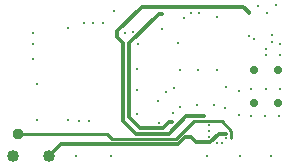
<source format=gbr>
G04 EAGLE Gerber RS-274X export*
G75*
%MOMM*%
%FSLAX34Y34*%
%LPD*%
%INCopper Layer 15*%
%IPPOS*%
%AMOC8*
5,1,8,0,0,1.08239X$1,22.5*%
G01*
G04 Define Apertures*
%ADD10C,0.708000*%
%ADD11C,0.958000*%
%ADD12C,1.016000*%
%ADD13C,0.302400*%
%ADD14C,0.304800*%
%ADD15C,0.254000*%
D10*
X214500Y52100D03*
X234500Y52100D03*
D11*
X14700Y25800D03*
D10*
X234500Y79600D03*
X214500Y79600D03*
D12*
X10000Y7000D03*
X40500Y7000D03*
D13*
X217200Y133650D03*
X186700Y18000D03*
X175650Y32900D03*
X209650Y108500D03*
X229350Y103462D03*
X112087Y112187D03*
X224850Y128500D03*
X182700Y18000D03*
X175650Y27900D03*
X213900Y106000D03*
X229550Y109800D03*
X104765Y111035D03*
X161200Y127794D03*
X66100Y36700D03*
X154735Y123535D03*
X74100Y36700D03*
X78000Y120000D03*
X27000Y101548D03*
X70000Y120000D03*
X27000Y111000D03*
X190700Y26000D03*
X156150Y22900D03*
D14*
X184121Y26000D02*
X190700Y26000D01*
X184121Y26000D02*
X177223Y19102D01*
X164798Y19102D01*
X161000Y22900D01*
X156150Y22900D01*
D13*
X136200Y114400D03*
D14*
X51036Y17536D02*
X40500Y7000D01*
X155447Y22900D02*
X156150Y22900D01*
X155447Y22900D02*
X150083Y17536D01*
X51036Y17536D01*
X118900Y133100D02*
X205100Y133100D01*
X209550Y128650D01*
X209550Y128500D01*
D13*
X209550Y128500D03*
D14*
X118900Y133100D02*
X98300Y112500D01*
X114100Y26000D02*
X142000Y26000D01*
X114100Y26000D02*
X103100Y37000D01*
X103100Y89300D01*
X103100Y102700D01*
X98300Y107500D01*
X98300Y112500D01*
D13*
X103100Y89300D03*
X27100Y89400D03*
X171800Y40500D03*
D14*
X156500Y40500D01*
X142000Y26000D01*
D13*
X56500Y115000D03*
X149400Y102300D03*
X224200Y97900D03*
X115567Y101900D03*
X224524Y92438D03*
X144500Y36000D03*
X136200Y127400D03*
D14*
X142300Y36000D02*
X144500Y36000D01*
X142300Y36000D02*
X136800Y30500D01*
X117518Y30500D02*
X108318Y39700D01*
X117518Y30500D02*
X136800Y30500D01*
X136200Y127400D02*
X133401Y127400D01*
X108318Y102317D01*
X108318Y39700D01*
D13*
X95800Y129800D03*
X167600Y127894D03*
X194700Y22000D03*
D15*
X89600Y25800D02*
X14700Y25800D01*
X89600Y25800D02*
X93800Y21600D01*
X148400Y21600D01*
X194700Y22000D02*
X194700Y28400D01*
X163244Y36444D02*
X148400Y21600D01*
X163244Y36444D02*
X186656Y36444D01*
X194700Y28400D01*
D13*
X190100Y65400D03*
X146300Y64700D03*
X139700Y60800D03*
X132500Y53800D03*
X151700Y48900D03*
X180300Y50500D03*
X211900Y63660D03*
X224274Y63660D03*
X236000Y63660D03*
X201386Y62114D03*
X190700Y22000D03*
X175650Y22900D03*
X145400Y43500D03*
X133500Y34600D03*
X189200Y47900D03*
X166000Y50500D03*
X201486Y42114D03*
X115086Y42414D03*
X114886Y62614D03*
X114686Y80714D03*
X151686Y79714D03*
X166686Y79714D03*
X182686Y79714D03*
X235686Y40714D03*
X223686Y40714D03*
X211686Y40714D03*
X235900Y92660D03*
X235900Y101660D03*
X232900Y134660D03*
X182900Y124660D03*
X228686Y6714D03*
X202686Y6714D03*
X174686Y6714D03*
X56686Y37714D03*
X30686Y37714D03*
X30686Y67714D03*
X86686Y119714D03*
X63686Y6714D03*
X92686Y6714D03*
M02*

</source>
